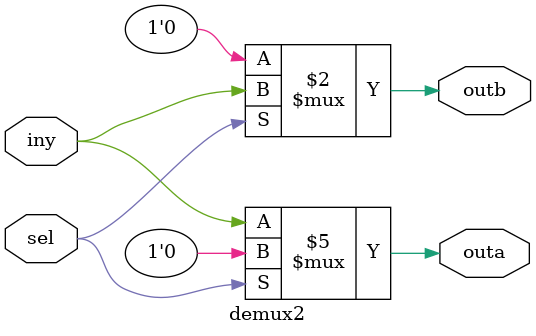
<source format=v>
module mux2#(
    parameter WIDTH = 1
)(
    input wire sel,
    input wire[WIDTH-1:0] ina, inb,
    output reg[WIDTH-1:0] outy
);

always @(ina, inb, sel)
begin
    outy <= ina;
    if(sel == 1'b1) outy <= inb;
end

endmodule

module mux4#(
    parameter WIDTH = 1
)(
    input wire[1:0] sel,
    input wire[WIDTH-1:0] ina, inb, inc, ind,
    output reg[WIDTH-1:0] outy
);

always @(ina, inb, inc, ind, sel)
begin
    case(sel)
    2'b00: outy <= ina;
    2'b01: outy <= inb;
    2'b10: outy <= inc;
    2'b11: outy <= ind;
    endcase
end

endmodule

module demux2#(
    parameter WIDTH = 1,
    parameter DISABLE_VAL = 1'b0
)(
    input wire sel,
    input wire[WIDTH-1:0] iny,
    output reg[WIDTH-1:0] outa, outb
);

always @(iny, sel)
begin
    outa <= 0;
    outb <= 0;
    
    case(sel)
    1'b0: outa <= iny;
    1'b1: outb <= iny;
    endcase
end

endmodule
</source>
